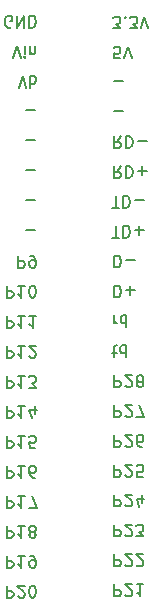
<source format=gbr>
%TF.GenerationSoftware,KiCad,Pcbnew,7.0.5-7.0.5~ubuntu22.04.1*%
%TF.CreationDate,2023-06-12T13:20:56+02:00*%
%TF.ProjectId,OBC_L476RG,4f42435f-4c34-4373-9652-472e6b696361,rev?*%
%TF.SameCoordinates,Original*%
%TF.FileFunction,Legend,Bot*%
%TF.FilePolarity,Positive*%
%FSLAX46Y46*%
G04 Gerber Fmt 4.6, Leading zero omitted, Abs format (unit mm)*
G04 Created by KiCad (PCBNEW 7.0.5-7.0.5~ubuntu22.04.1) date 2023-06-12 13:20:56*
%MOMM*%
%LPD*%
G01*
G04 APERTURE LIST*
%ADD10C,0.150000*%
G04 APERTURE END LIST*
D10*
%TO.C,J1*%
X221429765Y-97187480D02*
X221429765Y-98187480D01*
X221429765Y-98187480D02*
X221810717Y-98187480D01*
X221810717Y-98187480D02*
X221905955Y-98139861D01*
X221905955Y-98139861D02*
X221953574Y-98092242D01*
X221953574Y-98092242D02*
X222001193Y-97997004D01*
X222001193Y-97997004D02*
X222001193Y-97854147D01*
X222001193Y-97854147D02*
X221953574Y-97758909D01*
X221953574Y-97758909D02*
X221905955Y-97711290D01*
X221905955Y-97711290D02*
X221810717Y-97663671D01*
X221810717Y-97663671D02*
X221429765Y-97663671D01*
X222382146Y-98092242D02*
X222429765Y-98139861D01*
X222429765Y-98139861D02*
X222525003Y-98187480D01*
X222525003Y-98187480D02*
X222763098Y-98187480D01*
X222763098Y-98187480D02*
X222858336Y-98139861D01*
X222858336Y-98139861D02*
X222905955Y-98092242D01*
X222905955Y-98092242D02*
X222953574Y-97997004D01*
X222953574Y-97997004D02*
X222953574Y-97901766D01*
X222953574Y-97901766D02*
X222905955Y-97758909D01*
X222905955Y-97758909D02*
X222334527Y-97187480D01*
X222334527Y-97187480D02*
X222953574Y-97187480D01*
X223286908Y-98187480D02*
X223953574Y-98187480D01*
X223953574Y-98187480D02*
X223525003Y-97187480D01*
X221429766Y-72273703D02*
X222191671Y-72273703D01*
X214013100Y-82385284D02*
X214775005Y-82385284D01*
X212346432Y-92164331D02*
X212346432Y-93164331D01*
X212346432Y-93164331D02*
X212727384Y-93164331D01*
X212727384Y-93164331D02*
X212822622Y-93116712D01*
X212822622Y-93116712D02*
X212870241Y-93069093D01*
X212870241Y-93069093D02*
X212917860Y-92973855D01*
X212917860Y-92973855D02*
X212917860Y-92830998D01*
X212917860Y-92830998D02*
X212870241Y-92735760D01*
X212870241Y-92735760D02*
X212822622Y-92688141D01*
X212822622Y-92688141D02*
X212727384Y-92640522D01*
X212727384Y-92640522D02*
X212346432Y-92640522D01*
X213870241Y-92164331D02*
X213298813Y-92164331D01*
X213584527Y-92164331D02*
X213584527Y-93164331D01*
X213584527Y-93164331D02*
X213489289Y-93021474D01*
X213489289Y-93021474D02*
X213394051Y-92926236D01*
X213394051Y-92926236D02*
X213298813Y-92878617D01*
X214251194Y-93069093D02*
X214298813Y-93116712D01*
X214298813Y-93116712D02*
X214394051Y-93164331D01*
X214394051Y-93164331D02*
X214632146Y-93164331D01*
X214632146Y-93164331D02*
X214727384Y-93116712D01*
X214727384Y-93116712D02*
X214775003Y-93069093D01*
X214775003Y-93069093D02*
X214822622Y-92973855D01*
X214822622Y-92973855D02*
X214822622Y-92878617D01*
X214822622Y-92878617D02*
X214775003Y-92735760D01*
X214775003Y-92735760D02*
X214203575Y-92164331D01*
X214203575Y-92164331D02*
X214822622Y-92164331D01*
X212346432Y-107404331D02*
X212346432Y-108404331D01*
X212346432Y-108404331D02*
X212727384Y-108404331D01*
X212727384Y-108404331D02*
X212822622Y-108356712D01*
X212822622Y-108356712D02*
X212870241Y-108309093D01*
X212870241Y-108309093D02*
X212917860Y-108213855D01*
X212917860Y-108213855D02*
X212917860Y-108070998D01*
X212917860Y-108070998D02*
X212870241Y-107975760D01*
X212870241Y-107975760D02*
X212822622Y-107928141D01*
X212822622Y-107928141D02*
X212727384Y-107880522D01*
X212727384Y-107880522D02*
X212346432Y-107880522D01*
X213870241Y-107404331D02*
X213298813Y-107404331D01*
X213584527Y-107404331D02*
X213584527Y-108404331D01*
X213584527Y-108404331D02*
X213489289Y-108261474D01*
X213489289Y-108261474D02*
X213394051Y-108166236D01*
X213394051Y-108166236D02*
X213298813Y-108118617D01*
X214441670Y-107975760D02*
X214346432Y-108023379D01*
X214346432Y-108023379D02*
X214298813Y-108070998D01*
X214298813Y-108070998D02*
X214251194Y-108166236D01*
X214251194Y-108166236D02*
X214251194Y-108213855D01*
X214251194Y-108213855D02*
X214298813Y-108309093D01*
X214298813Y-108309093D02*
X214346432Y-108356712D01*
X214346432Y-108356712D02*
X214441670Y-108404331D01*
X214441670Y-108404331D02*
X214632146Y-108404331D01*
X214632146Y-108404331D02*
X214727384Y-108356712D01*
X214727384Y-108356712D02*
X214775003Y-108309093D01*
X214775003Y-108309093D02*
X214822622Y-108213855D01*
X214822622Y-108213855D02*
X214822622Y-108166236D01*
X214822622Y-108166236D02*
X214775003Y-108070998D01*
X214775003Y-108070998D02*
X214727384Y-108023379D01*
X214727384Y-108023379D02*
X214632146Y-107975760D01*
X214632146Y-107975760D02*
X214441670Y-107975760D01*
X214441670Y-107975760D02*
X214346432Y-107928141D01*
X214346432Y-107928141D02*
X214298813Y-107880522D01*
X214298813Y-107880522D02*
X214251194Y-107785284D01*
X214251194Y-107785284D02*
X214251194Y-107594808D01*
X214251194Y-107594808D02*
X214298813Y-107499570D01*
X214298813Y-107499570D02*
X214346432Y-107451951D01*
X214346432Y-107451951D02*
X214441670Y-107404331D01*
X214441670Y-107404331D02*
X214632146Y-107404331D01*
X214632146Y-107404331D02*
X214727384Y-107451951D01*
X214727384Y-107451951D02*
X214775003Y-107499570D01*
X214775003Y-107499570D02*
X214822622Y-107594808D01*
X214822622Y-107594808D02*
X214822622Y-107785284D01*
X214822622Y-107785284D02*
X214775003Y-107880522D01*
X214775003Y-107880522D02*
X214727384Y-107928141D01*
X214727384Y-107928141D02*
X214632146Y-107975760D01*
X222001194Y-74422223D02*
X221667861Y-74898414D01*
X221429766Y-74422223D02*
X221429766Y-75422223D01*
X221429766Y-75422223D02*
X221810718Y-75422223D01*
X221810718Y-75422223D02*
X221905956Y-75374604D01*
X221905956Y-75374604D02*
X221953575Y-75326985D01*
X221953575Y-75326985D02*
X222001194Y-75231747D01*
X222001194Y-75231747D02*
X222001194Y-75088890D01*
X222001194Y-75088890D02*
X221953575Y-74993652D01*
X221953575Y-74993652D02*
X221905956Y-74946033D01*
X221905956Y-74946033D02*
X221810718Y-74898414D01*
X221810718Y-74898414D02*
X221429766Y-74898414D01*
X222429766Y-74422223D02*
X222429766Y-75422223D01*
X222429766Y-75422223D02*
X222667861Y-75422223D01*
X222667861Y-75422223D02*
X222810718Y-75374604D01*
X222810718Y-75374604D02*
X222905956Y-75279366D01*
X222905956Y-75279366D02*
X222953575Y-75184128D01*
X222953575Y-75184128D02*
X223001194Y-74993652D01*
X223001194Y-74993652D02*
X223001194Y-74850795D01*
X223001194Y-74850795D02*
X222953575Y-74660319D01*
X222953575Y-74660319D02*
X222905956Y-74565081D01*
X222905956Y-74565081D02*
X222810718Y-74469843D01*
X222810718Y-74469843D02*
X222667861Y-74422223D01*
X222667861Y-74422223D02*
X222429766Y-74422223D01*
X223429766Y-74803176D02*
X224191671Y-74803176D01*
X221429765Y-94658007D02*
X221429765Y-95658007D01*
X221429765Y-95658007D02*
X221810717Y-95658007D01*
X221810717Y-95658007D02*
X221905955Y-95610388D01*
X221905955Y-95610388D02*
X221953574Y-95562769D01*
X221953574Y-95562769D02*
X222001193Y-95467531D01*
X222001193Y-95467531D02*
X222001193Y-95324674D01*
X222001193Y-95324674D02*
X221953574Y-95229436D01*
X221953574Y-95229436D02*
X221905955Y-95181817D01*
X221905955Y-95181817D02*
X221810717Y-95134198D01*
X221810717Y-95134198D02*
X221429765Y-95134198D01*
X222382146Y-95562769D02*
X222429765Y-95610388D01*
X222429765Y-95610388D02*
X222525003Y-95658007D01*
X222525003Y-95658007D02*
X222763098Y-95658007D01*
X222763098Y-95658007D02*
X222858336Y-95610388D01*
X222858336Y-95610388D02*
X222905955Y-95562769D01*
X222905955Y-95562769D02*
X222953574Y-95467531D01*
X222953574Y-95467531D02*
X222953574Y-95372293D01*
X222953574Y-95372293D02*
X222905955Y-95229436D01*
X222905955Y-95229436D02*
X222334527Y-94658007D01*
X222334527Y-94658007D02*
X222953574Y-94658007D01*
X223525003Y-95229436D02*
X223429765Y-95277055D01*
X223429765Y-95277055D02*
X223382146Y-95324674D01*
X223382146Y-95324674D02*
X223334527Y-95419912D01*
X223334527Y-95419912D02*
X223334527Y-95467531D01*
X223334527Y-95467531D02*
X223382146Y-95562769D01*
X223382146Y-95562769D02*
X223429765Y-95610388D01*
X223429765Y-95610388D02*
X223525003Y-95658007D01*
X223525003Y-95658007D02*
X223715479Y-95658007D01*
X223715479Y-95658007D02*
X223810717Y-95610388D01*
X223810717Y-95610388D02*
X223858336Y-95562769D01*
X223858336Y-95562769D02*
X223905955Y-95467531D01*
X223905955Y-95467531D02*
X223905955Y-95419912D01*
X223905955Y-95419912D02*
X223858336Y-95324674D01*
X223858336Y-95324674D02*
X223810717Y-95277055D01*
X223810717Y-95277055D02*
X223715479Y-95229436D01*
X223715479Y-95229436D02*
X223525003Y-95229436D01*
X223525003Y-95229436D02*
X223429765Y-95181817D01*
X223429765Y-95181817D02*
X223382146Y-95134198D01*
X223382146Y-95134198D02*
X223334527Y-95038960D01*
X223334527Y-95038960D02*
X223334527Y-94848484D01*
X223334527Y-94848484D02*
X223382146Y-94753246D01*
X223382146Y-94753246D02*
X223429765Y-94705627D01*
X223429765Y-94705627D02*
X223525003Y-94658007D01*
X223525003Y-94658007D02*
X223715479Y-94658007D01*
X223715479Y-94658007D02*
X223810717Y-94705627D01*
X223810717Y-94705627D02*
X223858336Y-94753246D01*
X223858336Y-94753246D02*
X223905955Y-94848484D01*
X223905955Y-94848484D02*
X223905955Y-95038960D01*
X223905955Y-95038960D02*
X223858336Y-95134198D01*
X223858336Y-95134198D02*
X223810717Y-95181817D01*
X223810717Y-95181817D02*
X223715479Y-95229436D01*
X212346432Y-109944331D02*
X212346432Y-110944331D01*
X212346432Y-110944331D02*
X212727384Y-110944331D01*
X212727384Y-110944331D02*
X212822622Y-110896712D01*
X212822622Y-110896712D02*
X212870241Y-110849093D01*
X212870241Y-110849093D02*
X212917860Y-110753855D01*
X212917860Y-110753855D02*
X212917860Y-110610998D01*
X212917860Y-110610998D02*
X212870241Y-110515760D01*
X212870241Y-110515760D02*
X212822622Y-110468141D01*
X212822622Y-110468141D02*
X212727384Y-110420522D01*
X212727384Y-110420522D02*
X212346432Y-110420522D01*
X213870241Y-109944331D02*
X213298813Y-109944331D01*
X213584527Y-109944331D02*
X213584527Y-110944331D01*
X213584527Y-110944331D02*
X213489289Y-110801474D01*
X213489289Y-110801474D02*
X213394051Y-110706236D01*
X213394051Y-110706236D02*
X213298813Y-110658617D01*
X214346432Y-109944331D02*
X214536908Y-109944331D01*
X214536908Y-109944331D02*
X214632146Y-109991951D01*
X214632146Y-109991951D02*
X214679765Y-110039570D01*
X214679765Y-110039570D02*
X214775003Y-110182427D01*
X214775003Y-110182427D02*
X214822622Y-110372903D01*
X214822622Y-110372903D02*
X214822622Y-110753855D01*
X214822622Y-110753855D02*
X214775003Y-110849093D01*
X214775003Y-110849093D02*
X214727384Y-110896712D01*
X214727384Y-110896712D02*
X214632146Y-110944331D01*
X214632146Y-110944331D02*
X214441670Y-110944331D01*
X214441670Y-110944331D02*
X214346432Y-110896712D01*
X214346432Y-110896712D02*
X214298813Y-110849093D01*
X214298813Y-110849093D02*
X214251194Y-110753855D01*
X214251194Y-110753855D02*
X214251194Y-110515760D01*
X214251194Y-110515760D02*
X214298813Y-110420522D01*
X214298813Y-110420522D02*
X214346432Y-110372903D01*
X214346432Y-110372903D02*
X214441670Y-110325284D01*
X214441670Y-110325284D02*
X214632146Y-110325284D01*
X214632146Y-110325284D02*
X214727384Y-110372903D01*
X214727384Y-110372903D02*
X214775003Y-110420522D01*
X214775003Y-110420522D02*
X214822622Y-110515760D01*
X212870243Y-67764331D02*
X213203576Y-66764331D01*
X213203576Y-66764331D02*
X213536909Y-67764331D01*
X213870243Y-66764331D02*
X213870243Y-67430998D01*
X213870243Y-67764331D02*
X213822624Y-67716712D01*
X213822624Y-67716712D02*
X213870243Y-67669093D01*
X213870243Y-67669093D02*
X213917862Y-67716712D01*
X213917862Y-67716712D02*
X213870243Y-67764331D01*
X213870243Y-67764331D02*
X213870243Y-67669093D01*
X214346433Y-67430998D02*
X214346433Y-66764331D01*
X214346433Y-67335760D02*
X214394052Y-67383379D01*
X214394052Y-67383379D02*
X214489290Y-67430998D01*
X214489290Y-67430998D02*
X214632147Y-67430998D01*
X214632147Y-67430998D02*
X214727385Y-67383379D01*
X214727385Y-67383379D02*
X214775004Y-67288141D01*
X214775004Y-67288141D02*
X214775004Y-66764331D01*
X221905955Y-67833804D02*
X221429765Y-67833804D01*
X221429765Y-67833804D02*
X221382146Y-67357614D01*
X221382146Y-67357614D02*
X221429765Y-67405233D01*
X221429765Y-67405233D02*
X221525003Y-67452852D01*
X221525003Y-67452852D02*
X221763098Y-67452852D01*
X221763098Y-67452852D02*
X221858336Y-67405233D01*
X221858336Y-67405233D02*
X221905955Y-67357614D01*
X221905955Y-67357614D02*
X221953574Y-67262376D01*
X221953574Y-67262376D02*
X221953574Y-67024281D01*
X221953574Y-67024281D02*
X221905955Y-66929043D01*
X221905955Y-66929043D02*
X221858336Y-66881424D01*
X221858336Y-66881424D02*
X221763098Y-66833804D01*
X221763098Y-66833804D02*
X221525003Y-66833804D01*
X221525003Y-66833804D02*
X221429765Y-66881424D01*
X221429765Y-66881424D02*
X221382146Y-66929043D01*
X222239289Y-67833804D02*
X222572622Y-66833804D01*
X222572622Y-66833804D02*
X222905955Y-67833804D01*
X221429765Y-107305372D02*
X221429765Y-108305372D01*
X221429765Y-108305372D02*
X221810717Y-108305372D01*
X221810717Y-108305372D02*
X221905955Y-108257753D01*
X221905955Y-108257753D02*
X221953574Y-108210134D01*
X221953574Y-108210134D02*
X222001193Y-108114896D01*
X222001193Y-108114896D02*
X222001193Y-107972039D01*
X222001193Y-107972039D02*
X221953574Y-107876801D01*
X221953574Y-107876801D02*
X221905955Y-107829182D01*
X221905955Y-107829182D02*
X221810717Y-107781563D01*
X221810717Y-107781563D02*
X221429765Y-107781563D01*
X222382146Y-108210134D02*
X222429765Y-108257753D01*
X222429765Y-108257753D02*
X222525003Y-108305372D01*
X222525003Y-108305372D02*
X222763098Y-108305372D01*
X222763098Y-108305372D02*
X222858336Y-108257753D01*
X222858336Y-108257753D02*
X222905955Y-108210134D01*
X222905955Y-108210134D02*
X222953574Y-108114896D01*
X222953574Y-108114896D02*
X222953574Y-108019658D01*
X222953574Y-108019658D02*
X222905955Y-107876801D01*
X222905955Y-107876801D02*
X222334527Y-107305372D01*
X222334527Y-107305372D02*
X222953574Y-107305372D01*
X223286908Y-108305372D02*
X223905955Y-108305372D01*
X223905955Y-108305372D02*
X223572622Y-107924420D01*
X223572622Y-107924420D02*
X223715479Y-107924420D01*
X223715479Y-107924420D02*
X223810717Y-107876801D01*
X223810717Y-107876801D02*
X223858336Y-107829182D01*
X223858336Y-107829182D02*
X223905955Y-107733944D01*
X223905955Y-107733944D02*
X223905955Y-107495849D01*
X223905955Y-107495849D02*
X223858336Y-107400611D01*
X223858336Y-107400611D02*
X223810717Y-107352992D01*
X223810717Y-107352992D02*
X223715479Y-107305372D01*
X223715479Y-107305372D02*
X223429765Y-107305372D01*
X223429765Y-107305372D02*
X223334527Y-107352992D01*
X223334527Y-107352992D02*
X223286908Y-107400611D01*
X212346432Y-89624331D02*
X212346432Y-90624331D01*
X212346432Y-90624331D02*
X212727384Y-90624331D01*
X212727384Y-90624331D02*
X212822622Y-90576712D01*
X212822622Y-90576712D02*
X212870241Y-90529093D01*
X212870241Y-90529093D02*
X212917860Y-90433855D01*
X212917860Y-90433855D02*
X212917860Y-90290998D01*
X212917860Y-90290998D02*
X212870241Y-90195760D01*
X212870241Y-90195760D02*
X212822622Y-90148141D01*
X212822622Y-90148141D02*
X212727384Y-90100522D01*
X212727384Y-90100522D02*
X212346432Y-90100522D01*
X213870241Y-89624331D02*
X213298813Y-89624331D01*
X213584527Y-89624331D02*
X213584527Y-90624331D01*
X213584527Y-90624331D02*
X213489289Y-90481474D01*
X213489289Y-90481474D02*
X213394051Y-90386236D01*
X213394051Y-90386236D02*
X213298813Y-90338617D01*
X214822622Y-89624331D02*
X214251194Y-89624331D01*
X214536908Y-89624331D02*
X214536908Y-90624331D01*
X214536908Y-90624331D02*
X214441670Y-90481474D01*
X214441670Y-90481474D02*
X214346432Y-90386236D01*
X214346432Y-90386236D02*
X214251194Y-90338617D01*
X214013100Y-72225284D02*
X214775005Y-72225284D01*
X222001194Y-76951696D02*
X221667861Y-77427887D01*
X221429766Y-76951696D02*
X221429766Y-77951696D01*
X221429766Y-77951696D02*
X221810718Y-77951696D01*
X221810718Y-77951696D02*
X221905956Y-77904077D01*
X221905956Y-77904077D02*
X221953575Y-77856458D01*
X221953575Y-77856458D02*
X222001194Y-77761220D01*
X222001194Y-77761220D02*
X222001194Y-77618363D01*
X222001194Y-77618363D02*
X221953575Y-77523125D01*
X221953575Y-77523125D02*
X221905956Y-77475506D01*
X221905956Y-77475506D02*
X221810718Y-77427887D01*
X221810718Y-77427887D02*
X221429766Y-77427887D01*
X222429766Y-76951696D02*
X222429766Y-77951696D01*
X222429766Y-77951696D02*
X222667861Y-77951696D01*
X222667861Y-77951696D02*
X222810718Y-77904077D01*
X222810718Y-77904077D02*
X222905956Y-77808839D01*
X222905956Y-77808839D02*
X222953575Y-77713601D01*
X222953575Y-77713601D02*
X223001194Y-77523125D01*
X223001194Y-77523125D02*
X223001194Y-77380268D01*
X223001194Y-77380268D02*
X222953575Y-77189792D01*
X222953575Y-77189792D02*
X222905956Y-77094554D01*
X222905956Y-77094554D02*
X222810718Y-76999316D01*
X222810718Y-76999316D02*
X222667861Y-76951696D01*
X222667861Y-76951696D02*
X222429766Y-76951696D01*
X223429766Y-77332649D02*
X224191671Y-77332649D01*
X223810718Y-76951696D02*
X223810718Y-77713601D01*
X212346432Y-99784331D02*
X212346432Y-100784331D01*
X212346432Y-100784331D02*
X212727384Y-100784331D01*
X212727384Y-100784331D02*
X212822622Y-100736712D01*
X212822622Y-100736712D02*
X212870241Y-100689093D01*
X212870241Y-100689093D02*
X212917860Y-100593855D01*
X212917860Y-100593855D02*
X212917860Y-100450998D01*
X212917860Y-100450998D02*
X212870241Y-100355760D01*
X212870241Y-100355760D02*
X212822622Y-100308141D01*
X212822622Y-100308141D02*
X212727384Y-100260522D01*
X212727384Y-100260522D02*
X212346432Y-100260522D01*
X213870241Y-99784331D02*
X213298813Y-99784331D01*
X213584527Y-99784331D02*
X213584527Y-100784331D01*
X213584527Y-100784331D02*
X213489289Y-100641474D01*
X213489289Y-100641474D02*
X213394051Y-100546236D01*
X213394051Y-100546236D02*
X213298813Y-100498617D01*
X214775003Y-100784331D02*
X214298813Y-100784331D01*
X214298813Y-100784331D02*
X214251194Y-100308141D01*
X214251194Y-100308141D02*
X214298813Y-100355760D01*
X214298813Y-100355760D02*
X214394051Y-100403379D01*
X214394051Y-100403379D02*
X214632146Y-100403379D01*
X214632146Y-100403379D02*
X214727384Y-100355760D01*
X214727384Y-100355760D02*
X214775003Y-100308141D01*
X214775003Y-100308141D02*
X214822622Y-100212903D01*
X214822622Y-100212903D02*
X214822622Y-99974808D01*
X214822622Y-99974808D02*
X214775003Y-99879570D01*
X214775003Y-99879570D02*
X214727384Y-99831951D01*
X214727384Y-99831951D02*
X214632146Y-99784331D01*
X214632146Y-99784331D02*
X214394051Y-99784331D01*
X214394051Y-99784331D02*
X214298813Y-99831951D01*
X214298813Y-99831951D02*
X214251194Y-99879570D01*
X221429765Y-89599061D02*
X221429765Y-90265728D01*
X221429765Y-90075252D02*
X221477384Y-90170490D01*
X221477384Y-90170490D02*
X221525003Y-90218109D01*
X221525003Y-90218109D02*
X221620241Y-90265728D01*
X221620241Y-90265728D02*
X221715479Y-90265728D01*
X222477384Y-89599061D02*
X222477384Y-90599061D01*
X222477384Y-89646681D02*
X222382146Y-89599061D01*
X222382146Y-89599061D02*
X222191670Y-89599061D01*
X222191670Y-89599061D02*
X222096432Y-89646681D01*
X222096432Y-89646681D02*
X222048813Y-89694300D01*
X222048813Y-89694300D02*
X222001194Y-89789538D01*
X222001194Y-89789538D02*
X222001194Y-90075252D01*
X222001194Y-90075252D02*
X222048813Y-90170490D01*
X222048813Y-90170490D02*
X222096432Y-90218109D01*
X222096432Y-90218109D02*
X222191670Y-90265728D01*
X222191670Y-90265728D02*
X222382146Y-90265728D01*
X222382146Y-90265728D02*
X222477384Y-90218109D01*
X221286908Y-83010642D02*
X221858336Y-83010642D01*
X221572622Y-82010642D02*
X221572622Y-83010642D01*
X222191670Y-82010642D02*
X222191670Y-83010642D01*
X222191670Y-83010642D02*
X222429765Y-83010642D01*
X222429765Y-83010642D02*
X222572622Y-82963023D01*
X222572622Y-82963023D02*
X222667860Y-82867785D01*
X222667860Y-82867785D02*
X222715479Y-82772547D01*
X222715479Y-82772547D02*
X222763098Y-82582071D01*
X222763098Y-82582071D02*
X222763098Y-82439214D01*
X222763098Y-82439214D02*
X222715479Y-82248738D01*
X222715479Y-82248738D02*
X222667860Y-82153500D01*
X222667860Y-82153500D02*
X222572622Y-82058262D01*
X222572622Y-82058262D02*
X222429765Y-82010642D01*
X222429765Y-82010642D02*
X222191670Y-82010642D01*
X223191670Y-82391595D02*
X223953575Y-82391595D01*
X223572622Y-82010642D02*
X223572622Y-82772547D01*
X221429766Y-69744230D02*
X222191671Y-69744230D01*
X221429765Y-109834845D02*
X221429765Y-110834845D01*
X221429765Y-110834845D02*
X221810717Y-110834845D01*
X221810717Y-110834845D02*
X221905955Y-110787226D01*
X221905955Y-110787226D02*
X221953574Y-110739607D01*
X221953574Y-110739607D02*
X222001193Y-110644369D01*
X222001193Y-110644369D02*
X222001193Y-110501512D01*
X222001193Y-110501512D02*
X221953574Y-110406274D01*
X221953574Y-110406274D02*
X221905955Y-110358655D01*
X221905955Y-110358655D02*
X221810717Y-110311036D01*
X221810717Y-110311036D02*
X221429765Y-110311036D01*
X222382146Y-110739607D02*
X222429765Y-110787226D01*
X222429765Y-110787226D02*
X222525003Y-110834845D01*
X222525003Y-110834845D02*
X222763098Y-110834845D01*
X222763098Y-110834845D02*
X222858336Y-110787226D01*
X222858336Y-110787226D02*
X222905955Y-110739607D01*
X222905955Y-110739607D02*
X222953574Y-110644369D01*
X222953574Y-110644369D02*
X222953574Y-110549131D01*
X222953574Y-110549131D02*
X222905955Y-110406274D01*
X222905955Y-110406274D02*
X222334527Y-109834845D01*
X222334527Y-109834845D02*
X222953574Y-109834845D01*
X223334527Y-110739607D02*
X223382146Y-110787226D01*
X223382146Y-110787226D02*
X223477384Y-110834845D01*
X223477384Y-110834845D02*
X223715479Y-110834845D01*
X223715479Y-110834845D02*
X223810717Y-110787226D01*
X223810717Y-110787226D02*
X223858336Y-110739607D01*
X223858336Y-110739607D02*
X223905955Y-110644369D01*
X223905955Y-110644369D02*
X223905955Y-110549131D01*
X223905955Y-110549131D02*
X223858336Y-110406274D01*
X223858336Y-110406274D02*
X223286908Y-109834845D01*
X223286908Y-109834845D02*
X223905955Y-109834845D01*
X221334528Y-65304331D02*
X221953575Y-65304331D01*
X221953575Y-65304331D02*
X221620242Y-64923379D01*
X221620242Y-64923379D02*
X221763099Y-64923379D01*
X221763099Y-64923379D02*
X221858337Y-64875760D01*
X221858337Y-64875760D02*
X221905956Y-64828141D01*
X221905956Y-64828141D02*
X221953575Y-64732903D01*
X221953575Y-64732903D02*
X221953575Y-64494808D01*
X221953575Y-64494808D02*
X221905956Y-64399570D01*
X221905956Y-64399570D02*
X221858337Y-64351951D01*
X221858337Y-64351951D02*
X221763099Y-64304331D01*
X221763099Y-64304331D02*
X221477385Y-64304331D01*
X221477385Y-64304331D02*
X221382147Y-64351951D01*
X221382147Y-64351951D02*
X221334528Y-64399570D01*
X222382147Y-64399570D02*
X222429766Y-64351951D01*
X222429766Y-64351951D02*
X222382147Y-64304331D01*
X222382147Y-64304331D02*
X222334528Y-64351951D01*
X222334528Y-64351951D02*
X222382147Y-64399570D01*
X222382147Y-64399570D02*
X222382147Y-64304331D01*
X222763099Y-65304331D02*
X223382146Y-65304331D01*
X223382146Y-65304331D02*
X223048813Y-64923379D01*
X223048813Y-64923379D02*
X223191670Y-64923379D01*
X223191670Y-64923379D02*
X223286908Y-64875760D01*
X223286908Y-64875760D02*
X223334527Y-64828141D01*
X223334527Y-64828141D02*
X223382146Y-64732903D01*
X223382146Y-64732903D02*
X223382146Y-64494808D01*
X223382146Y-64494808D02*
X223334527Y-64399570D01*
X223334527Y-64399570D02*
X223286908Y-64351951D01*
X223286908Y-64351951D02*
X223191670Y-64304331D01*
X223191670Y-64304331D02*
X222905956Y-64304331D01*
X222905956Y-64304331D02*
X222810718Y-64351951D01*
X222810718Y-64351951D02*
X222763099Y-64399570D01*
X223667861Y-65304331D02*
X224001194Y-64304331D01*
X224001194Y-64304331D02*
X224334527Y-65304331D01*
X212346432Y-94704331D02*
X212346432Y-95704331D01*
X212346432Y-95704331D02*
X212727384Y-95704331D01*
X212727384Y-95704331D02*
X212822622Y-95656712D01*
X212822622Y-95656712D02*
X212870241Y-95609093D01*
X212870241Y-95609093D02*
X212917860Y-95513855D01*
X212917860Y-95513855D02*
X212917860Y-95370998D01*
X212917860Y-95370998D02*
X212870241Y-95275760D01*
X212870241Y-95275760D02*
X212822622Y-95228141D01*
X212822622Y-95228141D02*
X212727384Y-95180522D01*
X212727384Y-95180522D02*
X212346432Y-95180522D01*
X213870241Y-94704331D02*
X213298813Y-94704331D01*
X213584527Y-94704331D02*
X213584527Y-95704331D01*
X213584527Y-95704331D02*
X213489289Y-95561474D01*
X213489289Y-95561474D02*
X213394051Y-95466236D01*
X213394051Y-95466236D02*
X213298813Y-95418617D01*
X214203575Y-95704331D02*
X214822622Y-95704331D01*
X214822622Y-95704331D02*
X214489289Y-95323379D01*
X214489289Y-95323379D02*
X214632146Y-95323379D01*
X214632146Y-95323379D02*
X214727384Y-95275760D01*
X214727384Y-95275760D02*
X214775003Y-95228141D01*
X214775003Y-95228141D02*
X214822622Y-95132903D01*
X214822622Y-95132903D02*
X214822622Y-94894808D01*
X214822622Y-94894808D02*
X214775003Y-94799570D01*
X214775003Y-94799570D02*
X214727384Y-94751951D01*
X214727384Y-94751951D02*
X214632146Y-94704331D01*
X214632146Y-94704331D02*
X214346432Y-94704331D01*
X214346432Y-94704331D02*
X214251194Y-94751951D01*
X214251194Y-94751951D02*
X214203575Y-94799570D01*
X221286908Y-92795201D02*
X221667860Y-92795201D01*
X221429765Y-93128534D02*
X221429765Y-92271392D01*
X221429765Y-92271392D02*
X221477384Y-92176154D01*
X221477384Y-92176154D02*
X221572622Y-92128534D01*
X221572622Y-92128534D02*
X221667860Y-92128534D01*
X222429765Y-92128534D02*
X222429765Y-93128534D01*
X222429765Y-92176154D02*
X222334527Y-92128534D01*
X222334527Y-92128534D02*
X222144051Y-92128534D01*
X222144051Y-92128534D02*
X222048813Y-92176154D01*
X222048813Y-92176154D02*
X222001194Y-92223773D01*
X222001194Y-92223773D02*
X221953575Y-92319011D01*
X221953575Y-92319011D02*
X221953575Y-92604725D01*
X221953575Y-92604725D02*
X222001194Y-92699963D01*
X222001194Y-92699963D02*
X222048813Y-92747582D01*
X222048813Y-92747582D02*
X222144051Y-92795201D01*
X222144051Y-92795201D02*
X222334527Y-92795201D01*
X222334527Y-92795201D02*
X222429765Y-92747582D01*
X221429765Y-102246426D02*
X221429765Y-103246426D01*
X221429765Y-103246426D02*
X221810717Y-103246426D01*
X221810717Y-103246426D02*
X221905955Y-103198807D01*
X221905955Y-103198807D02*
X221953574Y-103151188D01*
X221953574Y-103151188D02*
X222001193Y-103055950D01*
X222001193Y-103055950D02*
X222001193Y-102913093D01*
X222001193Y-102913093D02*
X221953574Y-102817855D01*
X221953574Y-102817855D02*
X221905955Y-102770236D01*
X221905955Y-102770236D02*
X221810717Y-102722617D01*
X221810717Y-102722617D02*
X221429765Y-102722617D01*
X222382146Y-103151188D02*
X222429765Y-103198807D01*
X222429765Y-103198807D02*
X222525003Y-103246426D01*
X222525003Y-103246426D02*
X222763098Y-103246426D01*
X222763098Y-103246426D02*
X222858336Y-103198807D01*
X222858336Y-103198807D02*
X222905955Y-103151188D01*
X222905955Y-103151188D02*
X222953574Y-103055950D01*
X222953574Y-103055950D02*
X222953574Y-102960712D01*
X222953574Y-102960712D02*
X222905955Y-102817855D01*
X222905955Y-102817855D02*
X222334527Y-102246426D01*
X222334527Y-102246426D02*
X222953574Y-102246426D01*
X223858336Y-103246426D02*
X223382146Y-103246426D01*
X223382146Y-103246426D02*
X223334527Y-102770236D01*
X223334527Y-102770236D02*
X223382146Y-102817855D01*
X223382146Y-102817855D02*
X223477384Y-102865474D01*
X223477384Y-102865474D02*
X223715479Y-102865474D01*
X223715479Y-102865474D02*
X223810717Y-102817855D01*
X223810717Y-102817855D02*
X223858336Y-102770236D01*
X223858336Y-102770236D02*
X223905955Y-102674998D01*
X223905955Y-102674998D02*
X223905955Y-102436903D01*
X223905955Y-102436903D02*
X223858336Y-102341665D01*
X223858336Y-102341665D02*
X223810717Y-102294046D01*
X223810717Y-102294046D02*
X223715479Y-102246426D01*
X223715479Y-102246426D02*
X223477384Y-102246426D01*
X223477384Y-102246426D02*
X223382146Y-102294046D01*
X223382146Y-102294046D02*
X223334527Y-102341665D01*
X213346433Y-70304331D02*
X213679766Y-69304331D01*
X213679766Y-69304331D02*
X214013099Y-70304331D01*
X214346433Y-69304331D02*
X214346433Y-70304331D01*
X214346433Y-69923379D02*
X214441671Y-69970998D01*
X214441671Y-69970998D02*
X214632147Y-69970998D01*
X214632147Y-69970998D02*
X214727385Y-69923379D01*
X214727385Y-69923379D02*
X214775004Y-69875760D01*
X214775004Y-69875760D02*
X214822623Y-69780522D01*
X214822623Y-69780522D02*
X214822623Y-69494808D01*
X214822623Y-69494808D02*
X214775004Y-69399570D01*
X214775004Y-69399570D02*
X214727385Y-69351951D01*
X214727385Y-69351951D02*
X214632147Y-69304331D01*
X214632147Y-69304331D02*
X214441671Y-69304331D01*
X214441671Y-69304331D02*
X214346433Y-69351951D01*
X214013100Y-77305284D02*
X214775005Y-77305284D01*
X212346432Y-87084331D02*
X212346432Y-88084331D01*
X212346432Y-88084331D02*
X212727384Y-88084331D01*
X212727384Y-88084331D02*
X212822622Y-88036712D01*
X212822622Y-88036712D02*
X212870241Y-87989093D01*
X212870241Y-87989093D02*
X212917860Y-87893855D01*
X212917860Y-87893855D02*
X212917860Y-87750998D01*
X212917860Y-87750998D02*
X212870241Y-87655760D01*
X212870241Y-87655760D02*
X212822622Y-87608141D01*
X212822622Y-87608141D02*
X212727384Y-87560522D01*
X212727384Y-87560522D02*
X212346432Y-87560522D01*
X213870241Y-87084331D02*
X213298813Y-87084331D01*
X213584527Y-87084331D02*
X213584527Y-88084331D01*
X213584527Y-88084331D02*
X213489289Y-87941474D01*
X213489289Y-87941474D02*
X213394051Y-87846236D01*
X213394051Y-87846236D02*
X213298813Y-87798617D01*
X214489289Y-88084331D02*
X214584527Y-88084331D01*
X214584527Y-88084331D02*
X214679765Y-88036712D01*
X214679765Y-88036712D02*
X214727384Y-87989093D01*
X214727384Y-87989093D02*
X214775003Y-87893855D01*
X214775003Y-87893855D02*
X214822622Y-87703379D01*
X214822622Y-87703379D02*
X214822622Y-87465284D01*
X214822622Y-87465284D02*
X214775003Y-87274808D01*
X214775003Y-87274808D02*
X214727384Y-87179570D01*
X214727384Y-87179570D02*
X214679765Y-87131951D01*
X214679765Y-87131951D02*
X214584527Y-87084331D01*
X214584527Y-87084331D02*
X214489289Y-87084331D01*
X214489289Y-87084331D02*
X214394051Y-87131951D01*
X214394051Y-87131951D02*
X214346432Y-87179570D01*
X214346432Y-87179570D02*
X214298813Y-87274808D01*
X214298813Y-87274808D02*
X214251194Y-87465284D01*
X214251194Y-87465284D02*
X214251194Y-87703379D01*
X214251194Y-87703379D02*
X214298813Y-87893855D01*
X214298813Y-87893855D02*
X214346432Y-87989093D01*
X214346432Y-87989093D02*
X214394051Y-88036712D01*
X214394051Y-88036712D02*
X214489289Y-88084331D01*
X221429765Y-112364331D02*
X221429765Y-113364331D01*
X221429765Y-113364331D02*
X221810717Y-113364331D01*
X221810717Y-113364331D02*
X221905955Y-113316712D01*
X221905955Y-113316712D02*
X221953574Y-113269093D01*
X221953574Y-113269093D02*
X222001193Y-113173855D01*
X222001193Y-113173855D02*
X222001193Y-113030998D01*
X222001193Y-113030998D02*
X221953574Y-112935760D01*
X221953574Y-112935760D02*
X221905955Y-112888141D01*
X221905955Y-112888141D02*
X221810717Y-112840522D01*
X221810717Y-112840522D02*
X221429765Y-112840522D01*
X222382146Y-113269093D02*
X222429765Y-113316712D01*
X222429765Y-113316712D02*
X222525003Y-113364331D01*
X222525003Y-113364331D02*
X222763098Y-113364331D01*
X222763098Y-113364331D02*
X222858336Y-113316712D01*
X222858336Y-113316712D02*
X222905955Y-113269093D01*
X222905955Y-113269093D02*
X222953574Y-113173855D01*
X222953574Y-113173855D02*
X222953574Y-113078617D01*
X222953574Y-113078617D02*
X222905955Y-112935760D01*
X222905955Y-112935760D02*
X222334527Y-112364331D01*
X222334527Y-112364331D02*
X222953574Y-112364331D01*
X223905955Y-112364331D02*
X223334527Y-112364331D01*
X223620241Y-112364331D02*
X223620241Y-113364331D01*
X223620241Y-113364331D02*
X223525003Y-113221474D01*
X223525003Y-113221474D02*
X223429765Y-113126236D01*
X223429765Y-113126236D02*
X223334527Y-113078617D01*
X221429765Y-104775899D02*
X221429765Y-105775899D01*
X221429765Y-105775899D02*
X221810717Y-105775899D01*
X221810717Y-105775899D02*
X221905955Y-105728280D01*
X221905955Y-105728280D02*
X221953574Y-105680661D01*
X221953574Y-105680661D02*
X222001193Y-105585423D01*
X222001193Y-105585423D02*
X222001193Y-105442566D01*
X222001193Y-105442566D02*
X221953574Y-105347328D01*
X221953574Y-105347328D02*
X221905955Y-105299709D01*
X221905955Y-105299709D02*
X221810717Y-105252090D01*
X221810717Y-105252090D02*
X221429765Y-105252090D01*
X222382146Y-105680661D02*
X222429765Y-105728280D01*
X222429765Y-105728280D02*
X222525003Y-105775899D01*
X222525003Y-105775899D02*
X222763098Y-105775899D01*
X222763098Y-105775899D02*
X222858336Y-105728280D01*
X222858336Y-105728280D02*
X222905955Y-105680661D01*
X222905955Y-105680661D02*
X222953574Y-105585423D01*
X222953574Y-105585423D02*
X222953574Y-105490185D01*
X222953574Y-105490185D02*
X222905955Y-105347328D01*
X222905955Y-105347328D02*
X222334527Y-104775899D01*
X222334527Y-104775899D02*
X222953574Y-104775899D01*
X223810717Y-105442566D02*
X223810717Y-104775899D01*
X223572622Y-105823519D02*
X223334527Y-105109233D01*
X223334527Y-105109233D02*
X223953574Y-105109233D01*
X221286908Y-80481169D02*
X221858336Y-80481169D01*
X221572622Y-79481169D02*
X221572622Y-80481169D01*
X222191670Y-79481169D02*
X222191670Y-80481169D01*
X222191670Y-80481169D02*
X222429765Y-80481169D01*
X222429765Y-80481169D02*
X222572622Y-80433550D01*
X222572622Y-80433550D02*
X222667860Y-80338312D01*
X222667860Y-80338312D02*
X222715479Y-80243074D01*
X222715479Y-80243074D02*
X222763098Y-80052598D01*
X222763098Y-80052598D02*
X222763098Y-79909741D01*
X222763098Y-79909741D02*
X222715479Y-79719265D01*
X222715479Y-79719265D02*
X222667860Y-79624027D01*
X222667860Y-79624027D02*
X222572622Y-79528789D01*
X222572622Y-79528789D02*
X222429765Y-79481169D01*
X222429765Y-79481169D02*
X222191670Y-79481169D01*
X223191670Y-79862122D02*
X223953575Y-79862122D01*
X212346432Y-102324331D02*
X212346432Y-103324331D01*
X212346432Y-103324331D02*
X212727384Y-103324331D01*
X212727384Y-103324331D02*
X212822622Y-103276712D01*
X212822622Y-103276712D02*
X212870241Y-103229093D01*
X212870241Y-103229093D02*
X212917860Y-103133855D01*
X212917860Y-103133855D02*
X212917860Y-102990998D01*
X212917860Y-102990998D02*
X212870241Y-102895760D01*
X212870241Y-102895760D02*
X212822622Y-102848141D01*
X212822622Y-102848141D02*
X212727384Y-102800522D01*
X212727384Y-102800522D02*
X212346432Y-102800522D01*
X213870241Y-102324331D02*
X213298813Y-102324331D01*
X213584527Y-102324331D02*
X213584527Y-103324331D01*
X213584527Y-103324331D02*
X213489289Y-103181474D01*
X213489289Y-103181474D02*
X213394051Y-103086236D01*
X213394051Y-103086236D02*
X213298813Y-103038617D01*
X214727384Y-103324331D02*
X214536908Y-103324331D01*
X214536908Y-103324331D02*
X214441670Y-103276712D01*
X214441670Y-103276712D02*
X214394051Y-103229093D01*
X214394051Y-103229093D02*
X214298813Y-103086236D01*
X214298813Y-103086236D02*
X214251194Y-102895760D01*
X214251194Y-102895760D02*
X214251194Y-102514808D01*
X214251194Y-102514808D02*
X214298813Y-102419570D01*
X214298813Y-102419570D02*
X214346432Y-102371951D01*
X214346432Y-102371951D02*
X214441670Y-102324331D01*
X214441670Y-102324331D02*
X214632146Y-102324331D01*
X214632146Y-102324331D02*
X214727384Y-102371951D01*
X214727384Y-102371951D02*
X214775003Y-102419570D01*
X214775003Y-102419570D02*
X214822622Y-102514808D01*
X214822622Y-102514808D02*
X214822622Y-102752903D01*
X214822622Y-102752903D02*
X214775003Y-102848141D01*
X214775003Y-102848141D02*
X214727384Y-102895760D01*
X214727384Y-102895760D02*
X214632146Y-102943379D01*
X214632146Y-102943379D02*
X214441670Y-102943379D01*
X214441670Y-102943379D02*
X214346432Y-102895760D01*
X214346432Y-102895760D02*
X214298813Y-102848141D01*
X214298813Y-102848141D02*
X214251194Y-102752903D01*
X221429766Y-84540115D02*
X221429766Y-85540115D01*
X221429766Y-85540115D02*
X221667861Y-85540115D01*
X221667861Y-85540115D02*
X221810718Y-85492496D01*
X221810718Y-85492496D02*
X221905956Y-85397258D01*
X221905956Y-85397258D02*
X221953575Y-85302020D01*
X221953575Y-85302020D02*
X222001194Y-85111544D01*
X222001194Y-85111544D02*
X222001194Y-84968687D01*
X222001194Y-84968687D02*
X221953575Y-84778211D01*
X221953575Y-84778211D02*
X221905956Y-84682973D01*
X221905956Y-84682973D02*
X221810718Y-84587735D01*
X221810718Y-84587735D02*
X221667861Y-84540115D01*
X221667861Y-84540115D02*
X221429766Y-84540115D01*
X222429766Y-84921068D02*
X223191671Y-84921068D01*
X221429765Y-99716953D02*
X221429765Y-100716953D01*
X221429765Y-100716953D02*
X221810717Y-100716953D01*
X221810717Y-100716953D02*
X221905955Y-100669334D01*
X221905955Y-100669334D02*
X221953574Y-100621715D01*
X221953574Y-100621715D02*
X222001193Y-100526477D01*
X222001193Y-100526477D02*
X222001193Y-100383620D01*
X222001193Y-100383620D02*
X221953574Y-100288382D01*
X221953574Y-100288382D02*
X221905955Y-100240763D01*
X221905955Y-100240763D02*
X221810717Y-100193144D01*
X221810717Y-100193144D02*
X221429765Y-100193144D01*
X222382146Y-100621715D02*
X222429765Y-100669334D01*
X222429765Y-100669334D02*
X222525003Y-100716953D01*
X222525003Y-100716953D02*
X222763098Y-100716953D01*
X222763098Y-100716953D02*
X222858336Y-100669334D01*
X222858336Y-100669334D02*
X222905955Y-100621715D01*
X222905955Y-100621715D02*
X222953574Y-100526477D01*
X222953574Y-100526477D02*
X222953574Y-100431239D01*
X222953574Y-100431239D02*
X222905955Y-100288382D01*
X222905955Y-100288382D02*
X222334527Y-99716953D01*
X222334527Y-99716953D02*
X222953574Y-99716953D01*
X223810717Y-100716953D02*
X223620241Y-100716953D01*
X223620241Y-100716953D02*
X223525003Y-100669334D01*
X223525003Y-100669334D02*
X223477384Y-100621715D01*
X223477384Y-100621715D02*
X223382146Y-100478858D01*
X223382146Y-100478858D02*
X223334527Y-100288382D01*
X223334527Y-100288382D02*
X223334527Y-99907430D01*
X223334527Y-99907430D02*
X223382146Y-99812192D01*
X223382146Y-99812192D02*
X223429765Y-99764573D01*
X223429765Y-99764573D02*
X223525003Y-99716953D01*
X223525003Y-99716953D02*
X223715479Y-99716953D01*
X223715479Y-99716953D02*
X223810717Y-99764573D01*
X223810717Y-99764573D02*
X223858336Y-99812192D01*
X223858336Y-99812192D02*
X223905955Y-99907430D01*
X223905955Y-99907430D02*
X223905955Y-100145525D01*
X223905955Y-100145525D02*
X223858336Y-100240763D01*
X223858336Y-100240763D02*
X223810717Y-100288382D01*
X223810717Y-100288382D02*
X223715479Y-100336001D01*
X223715479Y-100336001D02*
X223525003Y-100336001D01*
X223525003Y-100336001D02*
X223429765Y-100288382D01*
X223429765Y-100288382D02*
X223382146Y-100240763D01*
X223382146Y-100240763D02*
X223334527Y-100145525D01*
X213298814Y-84544331D02*
X213298814Y-85544331D01*
X213298814Y-85544331D02*
X213679766Y-85544331D01*
X213679766Y-85544331D02*
X213775004Y-85496712D01*
X213775004Y-85496712D02*
X213822623Y-85449093D01*
X213822623Y-85449093D02*
X213870242Y-85353855D01*
X213870242Y-85353855D02*
X213870242Y-85210998D01*
X213870242Y-85210998D02*
X213822623Y-85115760D01*
X213822623Y-85115760D02*
X213775004Y-85068141D01*
X213775004Y-85068141D02*
X213679766Y-85020522D01*
X213679766Y-85020522D02*
X213298814Y-85020522D01*
X214346433Y-84544331D02*
X214536909Y-84544331D01*
X214536909Y-84544331D02*
X214632147Y-84591951D01*
X214632147Y-84591951D02*
X214679766Y-84639570D01*
X214679766Y-84639570D02*
X214775004Y-84782427D01*
X214775004Y-84782427D02*
X214822623Y-84972903D01*
X214822623Y-84972903D02*
X214822623Y-85353855D01*
X214822623Y-85353855D02*
X214775004Y-85449093D01*
X214775004Y-85449093D02*
X214727385Y-85496712D01*
X214727385Y-85496712D02*
X214632147Y-85544331D01*
X214632147Y-85544331D02*
X214441671Y-85544331D01*
X214441671Y-85544331D02*
X214346433Y-85496712D01*
X214346433Y-85496712D02*
X214298814Y-85449093D01*
X214298814Y-85449093D02*
X214251195Y-85353855D01*
X214251195Y-85353855D02*
X214251195Y-85115760D01*
X214251195Y-85115760D02*
X214298814Y-85020522D01*
X214298814Y-85020522D02*
X214346433Y-84972903D01*
X214346433Y-84972903D02*
X214441671Y-84925284D01*
X214441671Y-84925284D02*
X214632147Y-84925284D01*
X214632147Y-84925284D02*
X214727385Y-84972903D01*
X214727385Y-84972903D02*
X214775004Y-85020522D01*
X214775004Y-85020522D02*
X214822623Y-85115760D01*
X212346432Y-112484331D02*
X212346432Y-113484331D01*
X212346432Y-113484331D02*
X212727384Y-113484331D01*
X212727384Y-113484331D02*
X212822622Y-113436712D01*
X212822622Y-113436712D02*
X212870241Y-113389093D01*
X212870241Y-113389093D02*
X212917860Y-113293855D01*
X212917860Y-113293855D02*
X212917860Y-113150998D01*
X212917860Y-113150998D02*
X212870241Y-113055760D01*
X212870241Y-113055760D02*
X212822622Y-113008141D01*
X212822622Y-113008141D02*
X212727384Y-112960522D01*
X212727384Y-112960522D02*
X212346432Y-112960522D01*
X213298813Y-113389093D02*
X213346432Y-113436712D01*
X213346432Y-113436712D02*
X213441670Y-113484331D01*
X213441670Y-113484331D02*
X213679765Y-113484331D01*
X213679765Y-113484331D02*
X213775003Y-113436712D01*
X213775003Y-113436712D02*
X213822622Y-113389093D01*
X213822622Y-113389093D02*
X213870241Y-113293855D01*
X213870241Y-113293855D02*
X213870241Y-113198617D01*
X213870241Y-113198617D02*
X213822622Y-113055760D01*
X213822622Y-113055760D02*
X213251194Y-112484331D01*
X213251194Y-112484331D02*
X213870241Y-112484331D01*
X214489289Y-113484331D02*
X214584527Y-113484331D01*
X214584527Y-113484331D02*
X214679765Y-113436712D01*
X214679765Y-113436712D02*
X214727384Y-113389093D01*
X214727384Y-113389093D02*
X214775003Y-113293855D01*
X214775003Y-113293855D02*
X214822622Y-113103379D01*
X214822622Y-113103379D02*
X214822622Y-112865284D01*
X214822622Y-112865284D02*
X214775003Y-112674808D01*
X214775003Y-112674808D02*
X214727384Y-112579570D01*
X214727384Y-112579570D02*
X214679765Y-112531951D01*
X214679765Y-112531951D02*
X214584527Y-112484331D01*
X214584527Y-112484331D02*
X214489289Y-112484331D01*
X214489289Y-112484331D02*
X214394051Y-112531951D01*
X214394051Y-112531951D02*
X214346432Y-112579570D01*
X214346432Y-112579570D02*
X214298813Y-112674808D01*
X214298813Y-112674808D02*
X214251194Y-112865284D01*
X214251194Y-112865284D02*
X214251194Y-113103379D01*
X214251194Y-113103379D02*
X214298813Y-113293855D01*
X214298813Y-113293855D02*
X214346432Y-113389093D01*
X214346432Y-113389093D02*
X214394051Y-113436712D01*
X214394051Y-113436712D02*
X214489289Y-113484331D01*
X214013100Y-74765284D02*
X214775005Y-74765284D01*
X221429766Y-87069588D02*
X221429766Y-88069588D01*
X221429766Y-88069588D02*
X221667861Y-88069588D01*
X221667861Y-88069588D02*
X221810718Y-88021969D01*
X221810718Y-88021969D02*
X221905956Y-87926731D01*
X221905956Y-87926731D02*
X221953575Y-87831493D01*
X221953575Y-87831493D02*
X222001194Y-87641017D01*
X222001194Y-87641017D02*
X222001194Y-87498160D01*
X222001194Y-87498160D02*
X221953575Y-87307684D01*
X221953575Y-87307684D02*
X221905956Y-87212446D01*
X221905956Y-87212446D02*
X221810718Y-87117208D01*
X221810718Y-87117208D02*
X221667861Y-87069588D01*
X221667861Y-87069588D02*
X221429766Y-87069588D01*
X222429766Y-87450541D02*
X223191671Y-87450541D01*
X222810718Y-87069588D02*
X222810718Y-87831493D01*
X212346432Y-97244331D02*
X212346432Y-98244331D01*
X212346432Y-98244331D02*
X212727384Y-98244331D01*
X212727384Y-98244331D02*
X212822622Y-98196712D01*
X212822622Y-98196712D02*
X212870241Y-98149093D01*
X212870241Y-98149093D02*
X212917860Y-98053855D01*
X212917860Y-98053855D02*
X212917860Y-97910998D01*
X212917860Y-97910998D02*
X212870241Y-97815760D01*
X212870241Y-97815760D02*
X212822622Y-97768141D01*
X212822622Y-97768141D02*
X212727384Y-97720522D01*
X212727384Y-97720522D02*
X212346432Y-97720522D01*
X213870241Y-97244331D02*
X213298813Y-97244331D01*
X213584527Y-97244331D02*
X213584527Y-98244331D01*
X213584527Y-98244331D02*
X213489289Y-98101474D01*
X213489289Y-98101474D02*
X213394051Y-98006236D01*
X213394051Y-98006236D02*
X213298813Y-97958617D01*
X214727384Y-97910998D02*
X214727384Y-97244331D01*
X214489289Y-98291951D02*
X214251194Y-97577665D01*
X214251194Y-97577665D02*
X214870241Y-97577665D01*
X212727385Y-65176712D02*
X212632147Y-65224331D01*
X212632147Y-65224331D02*
X212489290Y-65224331D01*
X212489290Y-65224331D02*
X212346433Y-65176712D01*
X212346433Y-65176712D02*
X212251195Y-65081474D01*
X212251195Y-65081474D02*
X212203576Y-64986236D01*
X212203576Y-64986236D02*
X212155957Y-64795760D01*
X212155957Y-64795760D02*
X212155957Y-64652903D01*
X212155957Y-64652903D02*
X212203576Y-64462427D01*
X212203576Y-64462427D02*
X212251195Y-64367189D01*
X212251195Y-64367189D02*
X212346433Y-64271951D01*
X212346433Y-64271951D02*
X212489290Y-64224331D01*
X212489290Y-64224331D02*
X212584528Y-64224331D01*
X212584528Y-64224331D02*
X212727385Y-64271951D01*
X212727385Y-64271951D02*
X212775004Y-64319570D01*
X212775004Y-64319570D02*
X212775004Y-64652903D01*
X212775004Y-64652903D02*
X212584528Y-64652903D01*
X213203576Y-64224331D02*
X213203576Y-65224331D01*
X213203576Y-65224331D02*
X213775004Y-64224331D01*
X213775004Y-64224331D02*
X213775004Y-65224331D01*
X214251195Y-64224331D02*
X214251195Y-65224331D01*
X214251195Y-65224331D02*
X214489290Y-65224331D01*
X214489290Y-65224331D02*
X214632147Y-65176712D01*
X214632147Y-65176712D02*
X214727385Y-65081474D01*
X214727385Y-65081474D02*
X214775004Y-64986236D01*
X214775004Y-64986236D02*
X214822623Y-64795760D01*
X214822623Y-64795760D02*
X214822623Y-64652903D01*
X214822623Y-64652903D02*
X214775004Y-64462427D01*
X214775004Y-64462427D02*
X214727385Y-64367189D01*
X214727385Y-64367189D02*
X214632147Y-64271951D01*
X214632147Y-64271951D02*
X214489290Y-64224331D01*
X214489290Y-64224331D02*
X214251195Y-64224331D01*
X214013100Y-79845284D02*
X214775005Y-79845284D01*
X212346432Y-104864331D02*
X212346432Y-105864331D01*
X212346432Y-105864331D02*
X212727384Y-105864331D01*
X212727384Y-105864331D02*
X212822622Y-105816712D01*
X212822622Y-105816712D02*
X212870241Y-105769093D01*
X212870241Y-105769093D02*
X212917860Y-105673855D01*
X212917860Y-105673855D02*
X212917860Y-105530998D01*
X212917860Y-105530998D02*
X212870241Y-105435760D01*
X212870241Y-105435760D02*
X212822622Y-105388141D01*
X212822622Y-105388141D02*
X212727384Y-105340522D01*
X212727384Y-105340522D02*
X212346432Y-105340522D01*
X213870241Y-104864331D02*
X213298813Y-104864331D01*
X213584527Y-104864331D02*
X213584527Y-105864331D01*
X213584527Y-105864331D02*
X213489289Y-105721474D01*
X213489289Y-105721474D02*
X213394051Y-105626236D01*
X213394051Y-105626236D02*
X213298813Y-105578617D01*
X214203575Y-105864331D02*
X214870241Y-105864331D01*
X214870241Y-105864331D02*
X214441670Y-104864331D01*
%TD*%
M02*

</source>
